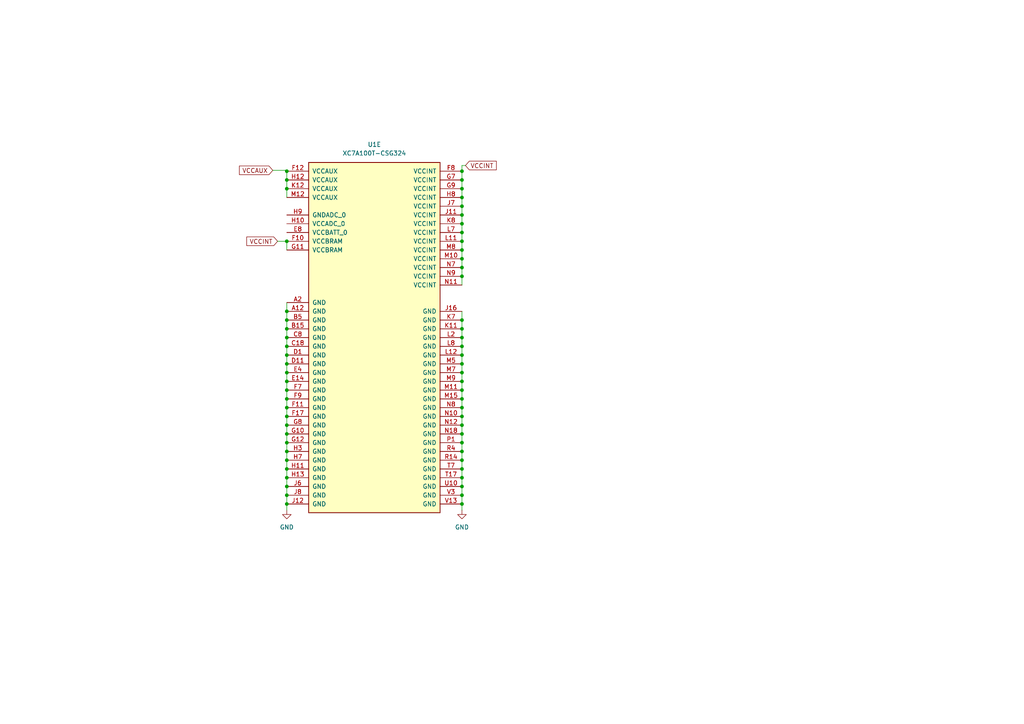
<source format=kicad_sch>
(kicad_sch (version 20230121) (generator eeschema)
  (paper "A4")
  (lib_symbols
    (symbol "FPGA_Xilinx_Artix7:XC7A100T-CSG324" (pin_names (offset 1.016))
      (property "Reference" "U" (at 0 1.27 0))
      (property "Value" "XC7A100T-CSG324" (at 0 -1.27 0))
      (symbol "XC7A100T-CSG324_1_1"
        (rectangle (start -44.45 67.31) (end 44.45 -73.66) (stroke (width 0.254)) (fill (type background)))
        (pin bidirectional line (at 50.8 33.02 180) (length 6.35) (name "IO_L4N_T0_15") (number "A11"))
        (pin bidirectional line (at 50.8 10.16 180) (length 6.35) (name "IO_L9P_T1_DQS_AD3P_15") (number "A13"))
        (pin bidirectional line (at 50.8 7.62 180) (length 6.35) (name "IO_L9N_T1_DQS_AD3N_15") (number "A14"))
        (pin bidirectional line (at 50.8 15.24 180) (length 6.35) (name "IO_L8P_T1_AD10P_15") (number "A15"))
        (pin bidirectional line (at 50.8 12.7 180) (length 6.35) (name "IO_L8N_T1_AD10N_15") (number "A16"))
        (pin power_in line (at 27.94 73.66 270) (length 6.35) (name "VCCO_15") (number "A17"))
        (pin bidirectional line (at 50.8 2.54 180) (length 6.35) (name "IO_L10N_T1_AD11N_15") (number "A18"))
        (pin bidirectional line (at 50.8 35.56 180) (length 6.35) (name "IO_L4P_T0_15") (number "B11"))
        (pin bidirectional line (at 50.8 38.1 180) (length 6.35) (name "IO_L3N_T0_DQS_AD1N_15") (number "B12"))
        (pin bidirectional line (at 50.8 45.72 180) (length 6.35) (name "IO_L2P_T0_AD8P_15") (number "B13"))
        (pin bidirectional line (at 50.8 43.18 180) (length 6.35) (name "IO_L2N_T0_AD8N_15") (number "B14"))
        (pin bidirectional line (at 50.8 20.32 180) (length 6.35) (name "IO_L7P_T1_AD2P_15") (number "B16"))
        (pin bidirectional line (at 50.8 17.78 180) (length 6.35) (name "IO_L7N_T1_AD2N_15") (number "B17"))
        (pin bidirectional line (at 50.8 5.08 180) (length 6.35) (name "IO_L10P_T1_AD11P_15") (number "B18"))
        (pin bidirectional line (at 50.8 40.64 180) (length 6.35) (name "IO_L3P_T0_DQS_AD1P_15") (number "C12"))
        (pin power_in line (at 30.48 73.66 270) (length 6.35) (name "VCCO_15") (number "C13"))
        (pin bidirectional line (at 50.8 48.26 180) (length 6.35) (name "IO_L1N_T0_AD0N_15") (number "C14"))
        (pin bidirectional line (at 50.8 -7.62 180) (length 6.35) (name "IO_L12N_T1_MRCC_15") (number "C15"))
        (pin bidirectional line (at 50.8 -45.72 180) (length 6.35) (name "IO_L20P_T3_A20_15") (number "C16"))
        (pin bidirectional line (at 50.8 -48.26 180) (length 6.35) (name "IO_L20N_T3_A19_15") (number "C17"))
        (pin bidirectional line (at 50.8 25.4 180) (length 6.35) (name "IO_L6P_T0_15") (number "D12"))
        (pin bidirectional line (at 50.8 22.86 180) (length 6.35) (name "IO_L6N_T0_VREF_15") (number "D13"))
        (pin bidirectional line (at 50.8 50.8 180) (length 6.35) (name "IO_L1P_T0_AD0P_15") (number "D14"))
        (pin bidirectional line (at 50.8 -5.08 180) (length 6.35) (name "IO_L12P_T1_MRCC_15") (number "D15"))
        (pin power_in line (at 33.02 73.66 270) (length 6.35) (name "VCCO_15") (number "D16"))
        (pin bidirectional line (at 50.8 -27.94 180) (length 6.35) (name "IO_L16N_T2_A27_15") (number "D17"))
        (pin bidirectional line (at 50.8 -53.34 180) (length 6.35) (name "IO_L21N_T3_DQS_A18_15") (number "D18"))
        (pin bidirectional line (at 50.8 0 180) (length 6.35) (name "IO_L11P_T1_SRCC_15") (number "E15"))
        (pin bidirectional line (at 50.8 -2.54 180) (length 6.35) (name "IO_L11N_T1_SRCC_15") (number "E16"))
        (pin bidirectional line (at 50.8 -25.4 180) (length 6.35) (name "IO_L16P_T2_A28_15") (number "E17"))
        (pin bidirectional line (at 50.8 -50.8 180) (length 6.35) (name "IO_L21P_T3_DQS_15") (number "E18"))
        (pin bidirectional line (at 50.8 30.48 180) (length 6.35) (name "IO_L5P_T0_AD9P_15") (number "F13"))
        (pin bidirectional line (at 50.8 27.94 180) (length 6.35) (name "IO_L5N_T0_AD9N_15") (number "F14"))
        (pin bidirectional line (at 50.8 -15.24 180) (length 6.35) (name "IO_L14P_T2_SRCC_15") (number "F15"))
        (pin bidirectional line (at 50.8 -17.78 180) (length 6.35) (name "IO_L14N_T2_SRCC_15") (number "F16"))
        (pin bidirectional line (at 50.8 -58.42 180) (length 6.35) (name "IO_L22N_T3_A16_15") (number "F18"))
        (pin bidirectional line (at 50.8 53.34 180) (length 6.35) (name "IO_0_15") (number "G13"))
        (pin bidirectional line (at 50.8 -22.86 180) (length 6.35) (name "IO_L15N_T2_DQS_ADV_B_15") (number "G14"))
        (pin power_in line (at 35.56 73.66 270) (length 6.35) (name "VCCO_15") (number "G15"))
        (pin bidirectional line (at 50.8 -12.7 180) (length 6.35) (name "IO_L13N_T2_MRCC_15") (number "G16"))
        (pin bidirectional line (at 50.8 -38.1 180) (length 6.35) (name "IO_L18N_T2_A23_15") (number "G17"))
        (pin bidirectional line (at 50.8 -55.88 180) (length 6.35) (name "IO_L22P_T3_A17_15") (number "G18"))
        (pin bidirectional line (at 50.8 -20.32 180) (length 6.35) (name "IO_L15P_T2_DQS_15") (number "H14"))
        (pin bidirectional line (at 50.8 -43.18 180) (length 6.35) (name "IO_L19N_T3_A21_VREF_15") (number "H15"))
        (pin bidirectional line (at 50.8 -10.16 180) (length 6.35) (name "IO_L13P_T2_MRCC_15") (number "H16"))
        (pin bidirectional line (at 50.8 -35.56 180) (length 6.35) (name "IO_L18P_T2_A24_15") (number "H17"))
        (pin power_in line (at 38.1 73.66 270) (length 6.35) (name "VCCO_15") (number "H18"))
        (pin bidirectional line (at 50.8 -33.02 180) (length 6.35) (name "IO_L17N_T2_A25_15") (number "J13"))
        (pin bidirectional line (at 50.8 -40.64 180) (length 6.35) (name "IO_L19P_T3_A22_15") (number "J14"))
        (pin bidirectional line (at 50.8 -68.58 180) (length 6.35) (name "IO_L24N_T3_RS0_15") (number "J15"))
        (pin bidirectional line (at 50.8 -60.96 180) (length 6.35) (name "IO_L23P_T3_FOE_B_15") (number "J17"))
        (pin bidirectional line (at 50.8 -63.5 180) (length 6.35) (name "IO_L23N_T3_FWE_B_15") (number "J18"))
        (pin bidirectional line (at 50.8 -30.48 180) (length 6.35) (name "IO_L17P_T2_A26_15") (number "K13"))
        (pin power_in line (at 40.64 73.66 270) (length 6.35) (name "VCCO_15") (number "K14"))
        (pin bidirectional line (at 50.8 -66.04 180) (length 6.35) (name "IO_L24P_T3_RS1_15") (number "K15"))
        (pin bidirectional line (at 50.8 -71.12 180) (length 6.35) (name "IO_25_15") (number "K16"))
        (pin bidirectional line (at -50.8 50.8 0) (length 6.35) (name "IO_L1P_T0_D00_MOSI_14") (number "K17"))
        (pin bidirectional line (at -50.8 48.26 0) (length 6.35) (name "IO_L1N_T0_D01_DIN_14") (number "K18"))
        (pin bidirectional line (at -50.8 25.4 0) (length 6.35) (name "IO_L6P_T0_FCS_B_14") (number "L13"))
        (pin bidirectional line (at -50.8 45.72 0) (length 6.35) (name "IO_L2P_T0_D02_14") (number "L14"))
        (pin bidirectional line (at -50.8 40.64 0) (length 6.35) (name "IO_L3P_T0_DQS_PUDC_B_14") (number "L15"))
        (pin bidirectional line (at -50.8 38.1 0) (length 6.35) (name "IO_L3N_T0_DQS_EMCCLK_14") (number "L16"))
        (pin power_in line (at -40.64 73.66 270) (length 6.35) (name "VCCO_14") (number "L17"))
        (pin bidirectional line (at -50.8 35.56 0) (length 6.35) (name "IO_L4P_T0_D04_14") (number "L18"))
        (pin bidirectional line (at -50.8 22.86 0) (length 6.35) (name "IO_L6N_T0_D08_VREF_14") (number "M13"))
        (pin bidirectional line (at -50.8 43.18 0) (length 6.35) (name "IO_L2N_T0_D03_14") (number "M14"))
        (pin bidirectional line (at -50.8 5.08 0) (length 6.35) (name "IO_L10P_T1_D14_14") (number "M16"))
        (pin bidirectional line (at -50.8 2.54 0) (length 6.35) (name "IO_L10N_T1_D15_14") (number "M17"))
        (pin bidirectional line (at -50.8 33.02 0) (length 6.35) (name "IO_L4N_T0_D05_14") (number "M18"))
        (pin power_in line (at -38.1 73.66 270) (length 6.35) (name "VCCO_14") (number "N13"))
        (pin bidirectional line (at -50.8 15.24 0) (length 6.35) (name "IO_L8P_T1_D11_14") (number "N14"))
        (pin bidirectional line (at -50.8 0 0) (length 6.35) (name "IO_L11P_T1_SRCC_14") (number "N15"))
        (pin bidirectional line (at -50.8 -2.54 0) (length 6.35) (name "IO_L11N_T1_SRCC_14") (number "N16"))
        (pin bidirectional line (at -50.8 10.16 0) (length 6.35) (name "IO_L9P_T1_DQS_14") (number "N17"))
        (pin bidirectional line (at -50.8 12.7 0) (length 6.35) (name "IO_L8N_T1_D12_14") (number "P14"))
        (pin bidirectional line (at -50.8 -10.16 0) (length 6.35) (name "IO_L13P_T2_MRCC_14") (number "P15"))
        (pin power_in line (at -35.56 73.66 270) (length 6.35) (name "VCCO_14") (number "P16"))
        (pin bidirectional line (at -50.8 -5.08 0) (length 6.35) (name "IO_L12P_T1_MRCC_14") (number "P17"))
        (pin bidirectional line (at -50.8 7.62 0) (length 6.35) (name "IO_L9N_T1_DQS_D13_14") (number "P18"))
        (pin bidirectional line (at -50.8 -71.12 0) (length 6.35) (name "IO_25_14") (number "R10"))
        (pin bidirectional line (at -50.8 53.34 0) (length 6.35) (name "IO_0_14") (number "R11"))
        (pin bidirectional line (at -50.8 30.48 0) (length 6.35) (name "IO_L5P_T0_D06_14") (number "R12"))
        (pin bidirectional line (at -50.8 27.94 0) (length 6.35) (name "IO_L5N_T0_D07_14") (number "R13"))
        (pin bidirectional line (at -50.8 -12.7 0) (length 6.35) (name "IO_L13N_T2_MRCC_14") (number "R15"))
        (pin bidirectional line (at -50.8 -20.32 0) (length 6.35) (name "IO_L15P_T2_DQS_RDWR_B_14") (number "R16"))
        (pin bidirectional line (at -50.8 -7.62 0) (length 6.35) (name "IO_L12N_T1_MRCC_14") (number "R17"))
        (pin bidirectional line (at -50.8 20.32 0) (length 6.35) (name "IO_L7P_T1_D09_14") (number "R18"))
        (pin bidirectional line (at -50.8 -68.58 0) (length 6.35) (name "IO_L24N_T3_A00_D16_14") (number "T10"))
        (pin bidirectional line (at -50.8 -40.64 0) (length 6.35) (name "IO_L19P_T3_A10_D26_14") (number "T11"))
        (pin power_in line (at -33.02 73.66 270) (length 6.35) (name "VCCO_14") (number "T12"))
        (pin bidirectional line (at -50.8 -60.96 0) (length 6.35) (name "IO_L23P_T3_A03_D19_14") (number "T13"))
        (pin bidirectional line (at -50.8 -15.24 0) (length 6.35) (name "IO_L14P_T2_SRCC_14") (number "T14"))
        (pin bidirectional line (at -50.8 -17.78 0) (length 6.35) (name "IO_L14N_T2_SRCC_14") (number "T15"))
        (pin bidirectional line (at -50.8 -22.86 0) (length 6.35) (name "IO_L15N_T2_DQS_DOUT_CSO_B_14") (number "T16"))
        (pin bidirectional line (at -50.8 17.78 0) (length 6.35) (name "IO_L7N_T1_D10_14") (number "T18"))
        (pin bidirectional line (at -50.8 -66.04 0) (length 6.35) (name "IO_L24P_T3_A01_D17_14") (number "T9"))
        (pin bidirectional line (at -50.8 -43.18 0) (length 6.35) (name "IO_L19N_T3_A09_D25_VREF_14") (number "U11"))
        (pin bidirectional line (at -50.8 -45.72 0) (length 6.35) (name "IO_L20P_T3_A08_D24_14") (number "U12"))
        (pin bidirectional line (at -50.8 -63.5 0) (length 6.35) (name "IO_L23N_T3_A02_D18_14") (number "U13"))
        (pin bidirectional line (at -50.8 -55.88 0) (length 6.35) (name "IO_L22P_T3_A05_D21_14") (number "U14"))
        (pin power_in line (at -30.48 73.66 270) (length 6.35) (name "VCCO_14") (number "U15"))
        (pin bidirectional line (at -50.8 -35.56 0) (length 6.35) (name "IO_L18P_T2_A12_D28_14") (number "U16"))
        (pin bidirectional line (at -50.8 -30.48 0) (length 6.35) (name "IO_L17P_T2_A14_D30_14") (number "U17"))
        (pin bidirectional line (at -50.8 -33.02 0) (length 6.35) (name "IO_L17N_T2_A13_D29_14") (number "U18"))
        (pin bidirectional line (at -50.8 -50.8 0) (length 6.35) (name "IO_L21P_T3_DQS_14") (number "V10"))
        (pin bidirectional line (at -50.8 -53.34 0) (length 6.35) (name "IO_L21N_T3_DQS_A06_D22_14") (number "V11"))
        (pin bidirectional line (at -50.8 -48.26 0) (length 6.35) (name "IO_L20N_T3_A07_D23_14") (number "V12"))
        (pin bidirectional line (at -50.8 -58.42 0) (length 6.35) (name "IO_L22N_T3_A04_D20_14") (number "V14"))
        (pin bidirectional line (at -50.8 -25.4 0) (length 6.35) (name "IO_L16P_T2_CSI_B_14") (number "V15"))
        (pin bidirectional line (at -50.8 -27.94 0) (length 6.35) (name "IO_L16N_T2_A15_D31_14") (number "V16"))
        (pin bidirectional line (at -50.8 -38.1 0) (length 6.35) (name "IO_L18N_T2_A11_D27_14") (number "V17"))
        (pin power_in line (at -27.94 73.66 270) (length 6.35) (name "VCCO_14") (number "V18"))
      )
      (symbol "XC7A100T-CSG324_2_1"
        (rectangle (start -44.45 67.31) (end 44.45 -73.66) (stroke (width 0.254)) (fill (type background)))
        (pin bidirectional line (at -50.8 35.56 0) (length 6.35) (name "IO_L14P_T2_SRCC_16") (number "A10"))
        (pin bidirectional line (at -50.8 43.18 0) (length 6.35) (name "IO_L12N_T1_MRCC_16") (number "A8"))
        (pin bidirectional line (at -50.8 33.02 0) (length 6.35) (name "IO_L14N_T2_SRCC_16") (number "A9"))
        (pin power_in line (at -40.64 73.66 270) (length 6.35) (name "VCCO_16") (number "B10"))
        (pin bidirectional line (at -50.8 45.72 0) (length 6.35) (name "IO_L12P_T1_MRCC_16") (number "B8"))
        (pin bidirectional line (at -50.8 48.26 0) (length 6.35) (name "IO_L11N_T1_SRCC_16") (number "B9"))
        (pin bidirectional line (at -50.8 38.1 0) (length 6.35) (name "IO_L13N_T2_MRCC_16") (number "C10"))
        (pin bidirectional line (at -50.8 40.64 0) (length 6.35) (name "IO_L13P_T2_MRCC_16") (number "C11"))
        (pin bidirectional line (at -50.8 50.8 0) (length 6.35) (name "IO_L11P_T1_SRCC_16") (number "C9"))
        (pin bidirectional line (at -50.8 30.48 0) (length 6.35) (name "IO_L19N_T3_VREF_16") (number "D10"))
        (pin bidirectional line (at -50.8 53.34 0) (length 6.35) (name "IO_L6N_T0_VREF_16") (number "D9"))
        (pin bidirectional line (at 50.8 45.72 180) (length 6.35) (name "IO_L2P_T0_34") (number "K3"))
        (pin power_in line (at 27.94 73.66 270) (length 6.35) (name "VCCO_34") (number "K4"))
        (pin bidirectional line (at 50.8 30.48 180) (length 6.35) (name "IO_L5P_T0_34") (number "K5"))
        (pin bidirectional line (at 50.8 53.34 180) (length 6.35) (name "IO_0_34") (number "K6"))
        (pin bidirectional line (at 50.8 50.8 180) (length 6.35) (name "IO_L1P_T0_34") (number "L1"))
        (pin bidirectional line (at 50.8 43.18 180) (length 6.35) (name "IO_L2N_T0_34") (number "L3"))
        (pin bidirectional line (at 50.8 27.94 180) (length 6.35) (name "IO_L5N_T0_34") (number "L4"))
        (pin bidirectional line (at 50.8 22.86 180) (length 6.35) (name "IO_L6N_T0_VREF_34") (number "L5"))
        (pin bidirectional line (at 50.8 25.4 180) (length 6.35) (name "IO_L6P_T0_34") (number "L6"))
        (pin bidirectional line (at 50.8 48.26 180) (length 6.35) (name "IO_L1N_T0_34") (number "M1"))
        (pin bidirectional line (at 50.8 33.02 180) (length 6.35) (name "IO_L4N_T0_34") (number "M2"))
        (pin bidirectional line (at 50.8 35.56 180) (length 6.35) (name "IO_L4P_T0_34") (number "M3"))
        (pin bidirectional line (at 50.8 -25.4 180) (length 6.35) (name "IO_L16P_T2_34") (number "M4"))
        (pin bidirectional line (at 50.8 -35.56 180) (length 6.35) (name "IO_L18P_T2_34") (number "M6"))
        (pin bidirectional line (at 50.8 38.1 180) (length 6.35) (name "IO_L3N_T0_DQS_34") (number "N1"))
        (pin bidirectional line (at 50.8 40.64 180) (length 6.35) (name "IO_L3P_T0_DQS_34") (number "N2"))
        (pin power_in line (at 30.48 73.66 270) (length 6.35) (name "VCCO_34") (number "N3"))
        (pin bidirectional line (at 50.8 -27.94 180) (length 6.35) (name "IO_L16N_T2_34") (number "N4"))
        (pin bidirectional line (at 50.8 -10.16 180) (length 6.35) (name "IO_L13P_T2_MRCC_34") (number "N5"))
        (pin bidirectional line (at 50.8 -38.1 180) (length 6.35) (name "IO_L18N_T2_34") (number "N6"))
        (pin bidirectional line (at 50.8 -20.32 180) (length 6.35) (name "IO_L15P_T2_DQS_34") (number "P2"))
        (pin bidirectional line (at 50.8 -17.78 180) (length 6.35) (name "IO_L14N_T2_SRCC_34") (number "P3"))
        (pin bidirectional line (at 50.8 -15.24 180) (length 6.35) (name "IO_L14P_T2_SRCC_34") (number "P4"))
        (pin bidirectional line (at 50.8 -12.7 180) (length 6.35) (name "IO_L13N_T2_MRCC_34") (number "P5"))
        (pin power_in line (at 33.02 73.66 270) (length 6.35) (name "VCCO_34") (number "P6"))
        (pin bidirectional line (at 50.8 -30.48 180) (length 6.35) (name "IO_L17P_T2_34") (number "R1"))
        (pin bidirectional line (at 50.8 -22.86 180) (length 6.35) (name "IO_L15N_T2_DQS_34") (number "R2"))
        (pin bidirectional line (at 50.8 0 180) (length 6.35) (name "IO_L11P_T1_SRCC_34") (number "R3"))
        (pin bidirectional line (at 50.8 -43.18 180) (length 6.35) (name "IO_L19N_T3_VREF_34") (number "R5"))
        (pin bidirectional line (at 50.8 -40.64 180) (length 6.35) (name "IO_L19P_T3_34") (number "R6"))
        (pin bidirectional line (at 50.8 -60.96 180) (length 6.35) (name "IO_L23P_T3_34") (number "R7"))
        (pin bidirectional line (at 50.8 -66.04 180) (length 6.35) (name "IO_L24P_T3_34") (number "R8"))
        (pin bidirectional line (at 50.8 -33.02 180) (length 6.35) (name "IO_L17N_T2_34") (number "T1"))
        (pin power_in line (at 35.56 73.66 270) (length 6.35) (name "VCCO_34") (number "T2"))
        (pin bidirectional line (at 50.8 -2.54 180) (length 6.35) (name "IO_L11N_T1_SRCC_34") (number "T3"))
        (pin bidirectional line (at 50.8 -7.62 180) (length 6.35) (name "IO_L12N_T1_MRCC_34") (number "T4"))
        (pin bidirectional line (at 50.8 -5.08 180) (length 6.35) (name "IO_L12P_T1_MRCC_34") (number "T5"))
        (pin bidirectional line (at 50.8 -63.5 180) (length 6.35) (name "IO_L23N_T3_34") (number "T6"))
        (pin bidirectional line (at 50.8 -68.58 180) (length 6.35) (name "IO_L24N_T3_34") (number "T8"))
        (pin bidirectional line (at 50.8 20.32 180) (length 6.35) (name "IO_L7P_T1_34") (number "U1"))
        (pin bidirectional line (at 50.8 10.16 180) (length 6.35) (name "IO_L9P_T1_DQS_34") (number "U2"))
        (pin bidirectional line (at 50.8 12.7 180) (length 6.35) (name "IO_L8N_T1_34") (number "U3"))
        (pin bidirectional line (at 50.8 15.24 180) (length 6.35) (name "IO_L8P_T1_34") (number "U4"))
        (pin power_in line (at 38.1 73.66 270) (length 6.35) (name "VCCO_34") (number "U5"))
        (pin bidirectional line (at 50.8 -58.42 180) (length 6.35) (name "IO_L22N_T3_34") (number "U6"))
        (pin bidirectional line (at 50.8 -55.88 180) (length 6.35) (name "IO_L22P_T3_34") (number "U7"))
        (pin bidirectional line (at 50.8 -71.12 180) (length 6.35) (name "IO_25_34") (number "U8"))
        (pin bidirectional line (at 50.8 -50.8 180) (length 6.35) (name "IO_L21P_T3_DQS_34") (number "U9"))
        (pin bidirectional line (at 50.8 17.78 180) (length 6.35) (name "IO_L7N_T1_34") (number "V1"))
        (pin bidirectional line (at 50.8 7.62 180) (length 6.35) (name "IO_L9N_T1_DQS_34") (number "V2"))
        (pin bidirectional line (at 50.8 2.54 180) (length 6.35) (name "IO_L10N_T1_34") (number "V4"))
        (pin bidirectional line (at 50.8 5.08 180) (length 6.35) (name "IO_L10P_T1_34") (number "V5"))
        (pin bidirectional line (at 50.8 -48.26 180) (length 6.35) (name "IO_L20N_T3_34") (number "V6"))
        (pin bidirectional line (at 50.8 -45.72 180) (length 6.35) (name "IO_L20P_T3_34") (number "V7"))
        (pin power_in line (at 40.64 73.66 270) (length 6.35) (name "VCCO_34") (number "V8"))
        (pin bidirectional line (at 50.8 -53.34 180) (length 6.35) (name "IO_L21N_T3_DQS_34") (number "V9"))
      )
      (symbol "XC7A100T-CSG324_3_1"
        (rectangle (start -44.45 67.31) (end 44.45 -73.66) (stroke (width 0.254)) (fill (type background)))
        (pin bidirectional line (at -50.8 7.62 0) (length 6.35) (name "IO_L9N_T1_DQS_AD7N_35") (number "A1"))
        (pin bidirectional line (at -50.8 12.7 0) (length 6.35) (name "IO_L8N_T1_AD14N_35") (number "A3"))
        (pin bidirectional line (at -50.8 15.24 0) (length 6.35) (name "IO_L8P_T1_AD14P_35") (number "A4"))
        (pin bidirectional line (at -50.8 38.1 0) (length 6.35) (name "IO_L3N_T0_DQS_AD5N_35") (number "A5"))
        (pin bidirectional line (at -50.8 40.64 0) (length 6.35) (name "IO_L3P_T0_DQS_AD5P_35") (number "A6"))
        (pin power_in line (at -40.64 73.66 270) (length 6.35) (name "VCCO_35") (number "A7"))
        (pin bidirectional line (at -50.8 10.16 0) (length 6.35) (name "IO_L9P_T1_DQS_AD7P_35") (number "B1"))
        (pin bidirectional line (at -50.8 2.54 0) (length 6.35) (name "IO_L10N_T1_AD15N_35") (number "B2"))
        (pin bidirectional line (at -50.8 5.08 0) (length 6.35) (name "IO_L10P_T1_AD15P_35") (number "B3"))
        (pin bidirectional line (at -50.8 17.78 0) (length 6.35) (name "IO_L7N_T1_AD6N_35") (number "B4"))
        (pin bidirectional line (at -50.8 43.18 0) (length 6.35) (name "IO_L2N_T0_AD12N_35") (number "B6"))
        (pin bidirectional line (at -50.8 45.72 0) (length 6.35) (name "IO_L2P_T0_AD12P_35") (number "B7"))
        (pin bidirectional line (at -50.8 -27.94 0) (length 6.35) (name "IO_L16N_T2_35") (number "C1"))
        (pin bidirectional line (at -50.8 -25.4 0) (length 6.35) (name "IO_L16P_T2_35") (number "C2"))
        (pin power_in line (at -38.1 73.66 270) (length 6.35) (name "VCCO_35") (number "C3"))
        (pin bidirectional line (at -50.8 20.32 0) (length 6.35) (name "IO_L7P_T1_AD6P_35") (number "C4"))
        (pin bidirectional line (at -50.8 48.26 0) (length 6.35) (name "IO_L1N_T0_AD4N_35") (number "C5"))
        (pin bidirectional line (at -50.8 50.8 0) (length 6.35) (name "IO_L1P_T0_AD4P_35") (number "C6"))
        (pin bidirectional line (at -50.8 33.02 0) (length 6.35) (name "IO_L4N_T0_35") (number "C7"))
        (pin bidirectional line (at -50.8 -17.78 0) (length 6.35) (name "IO_L14N_T2_SRCC_35") (number "D2"))
        (pin bidirectional line (at -50.8 -7.62 0) (length 6.35) (name "IO_L12N_T1_MRCC_35") (number "D3"))
        (pin bidirectional line (at -50.8 -2.54 0) (length 6.35) (name "IO_L11N_T1_SRCC_35") (number "D4"))
        (pin bidirectional line (at -50.8 0 0) (length 6.35) (name "IO_L11P_T1_SRCC_35") (number "D5"))
        (pin power_in line (at -35.56 73.66 270) (length 6.35) (name "VCCO_35") (number "D6"))
        (pin bidirectional line (at -50.8 22.86 0) (length 6.35) (name "IO_L6N_T0_VREF_35") (number "D7"))
        (pin bidirectional line (at -50.8 35.56 0) (length 6.35) (name "IO_L4P_T0_35") (number "D8"))
        (pin bidirectional line (at -50.8 -38.1 0) (length 6.35) (name "IO_L18N_T2_35") (number "E1"))
        (pin bidirectional line (at -50.8 -15.24 0) (length 6.35) (name "IO_L14P_T2_SRCC_35") (number "E2"))
        (pin bidirectional line (at -50.8 -5.08 0) (length 6.35) (name "IO_L12P_T1_MRCC_35") (number "E3"))
        (pin bidirectional line (at -50.8 27.94 0) (length 6.35) (name "IO_L5N_T0_AD13N_35") (number "E5"))
        (pin bidirectional line (at -50.8 30.48 0) (length 6.35) (name "IO_L5P_T0_AD13P_35") (number "E6"))
        (pin bidirectional line (at -50.8 25.4 0) (length 6.35) (name "IO_L6P_T0_35") (number "E7"))
        (pin bidirectional line (at -50.8 -35.56 0) (length 6.35) (name "IO_L18P_T2_35") (number "F1"))
        (pin power_in line (at -33.02 73.66 270) (length 6.35) (name "VCCO_35") (number "F2"))
        (pin bidirectional line (at -50.8 -12.7 0) (length 6.35) (name "IO_L13N_T2_MRCC_35") (number "F3"))
        (pin bidirectional line (at -50.8 -10.16 0) (length 6.35) (name "IO_L13P_T2_MRCC_35") (number "F4"))
        (pin bidirectional line (at -50.8 53.34 0) (length 6.35) (name "IO_0_35") (number "F5"))
        (pin bidirectional line (at -50.8 -43.18 0) (length 6.35) (name "IO_L19N_T3_VREF_35") (number "F6"))
        (pin bidirectional line (at -50.8 -33.02 0) (length 6.35) (name "IO_L17N_T2_35") (number "G1"))
        (pin bidirectional line (at -50.8 -22.86 0) (length 6.35) (name "IO_L15N_T2_DQS_35") (number "G2"))
        (pin bidirectional line (at -50.8 -48.26 0) (length 6.35) (name "IO_L20N_T3_35") (number "G3"))
        (pin bidirectional line (at -50.8 -45.72 0) (length 6.35) (name "IO_L20P_T3_35") (number "G4"))
        (pin power_in line (at -30.48 73.66 270) (length 6.35) (name "VCCO_35") (number "G5"))
        (pin bidirectional line (at -50.8 -40.64 0) (length 6.35) (name "IO_L19P_T3_35") (number "G6"))
        (pin bidirectional line (at -50.8 -30.48 0) (length 6.35) (name "IO_L17P_T2_35") (number "H1"))
        (pin bidirectional line (at -50.8 -20.32 0) (length 6.35) (name "IO_L15P_T2_DQS_35") (number "H2"))
        (pin bidirectional line (at -50.8 -53.34 0) (length 6.35) (name "IO_L21N_T3_DQS_35") (number "H4"))
        (pin bidirectional line (at -50.8 -68.58 0) (length 6.35) (name "IO_L24N_T3_35") (number "H5"))
        (pin bidirectional line (at -50.8 -66.04 0) (length 6.35) (name "IO_L24P_T3_35") (number "H6"))
        (pin power_in line (at -27.94 73.66 270) (length 6.35) (name "VCCO_35") (number "J1"))
        (pin bidirectional line (at -50.8 -58.42 0) (length 6.35) (name "IO_L22N_T3_35") (number "J2"))
        (pin bidirectional line (at -50.8 -55.88 0) (length 6.35) (name "IO_L22P_T3_35") (number "J3"))
        (pin bidirectional line (at -50.8 -50.8 0) (length 6.35) (name "IO_L21P_T3_DQS_35") (number "J4"))
        (pin bidirectional line (at -50.8 -71.12 0) (length 6.35) (name "IO_25_35") (number "J5"))
        (pin bidirectional line (at -50.8 -63.5 0) (length 6.35) (name "IO_L23N_T3_35") (number "K1"))
        (pin bidirectional line (at -50.8 -60.96 0) (length 6.35) (name "IO_L23P_T3_35") (number "K2"))
      )
      (symbol "XC7A100T-CSG324_4_1"
        (rectangle (start -31.75 34.29) (end 31.75 -40.64) (stroke (width 0.254)) (fill (type background)))
        (pin bidirectional line (at 38.1 12.7 180) (length 6.35) (name "TCK_0") (number "E10"))
        (pin bidirectional line (at 38.1 20.32 180) (length 6.35) (name "TDI_0") (number "E11"))
        (pin bidirectional line (at 38.1 15.24 180) (length 6.35) (name "TMS_0") (number "E12"))
        (pin bidirectional line (at 38.1 17.78 180) (length 6.35) (name "TDO_0") (number "E13"))
        (pin bidirectional line (at 38.1 7.62 180) (length 6.35) (name "CCLK_0") (number "E9"))
        (pin bidirectional line (at 38.1 -20.32 180) (length 6.35) (name "VP_0") (number "J10"))
        (pin bidirectional line (at 38.1 -30.48 180) (length 6.35) (name "VREFN_0") (number "J9"))
        (pin bidirectional line (at 38.1 -27.94 180) (length 6.35) (name "VREFP_0") (number "K10"))
        (pin bidirectional line (at 38.1 -22.86 180) (length 6.35) (name "VN_0") (number "K9"))
        (pin bidirectional line (at 38.1 -35.56 180) (length 6.35) (name "DXP_0") (number "L10"))
        (pin bidirectional line (at 38.1 -38.1 180) (length 6.35) (name "DXN_0") (number "L9"))
        (pin bidirectional line (at 38.1 -5.08 180) (length 6.35) (name "DONE_0") (number "P10"))
        (pin bidirectional line (at 38.1 0 180) (length 6.35) (name "M2_0") (number "P11"))
        (pin bidirectional line (at 38.1 5.08 180) (length 6.35) (name "M0_0") (number "P12"))
        (pin bidirectional line (at 38.1 2.54 180) (length 6.35) (name "M1_0") (number "P13"))
        (pin bidirectional line (at 38.1 -7.62 180) (length 6.35) (name "INIT_B_0") (number "P7"))
        (pin bidirectional line (at 38.1 -15.24 180) (length 6.35) (name "CFGBVS_0") (number "P8"))
        (pin bidirectional line (at 38.1 -10.16 180) (length 6.35) (name "PROGRAM_B_0") (number "P9"))
        (pin power_in line (at 27.94 40.64 270) (length 6.35) (name "VCCO_0") (number "R9"))
      )
      (symbol "XC7A100T-CSG324_5_1"
        (rectangle (start -19.05 50.8) (end 19.05 -50.8) (stroke (width 0.254)) (fill (type background)))
        (pin power_in line (at -25.4 7.62 0) (length 6.35) (name "GND") (number "A12"))
        (pin power_in line (at -25.4 10.16 0) (length 6.35) (name "GND") (number "A2"))
        (pin power_in line (at -25.4 2.54 0) (length 6.35) (name "GND") (number "B15"))
        (pin power_in line (at -25.4 5.08 0) (length 6.35) (name "GND") (number "B5"))
        (pin power_in line (at -25.4 -2.54 0) (length 6.35) (name "GND") (number "C18"))
        (pin power_in line (at -25.4 0 0) (length 6.35) (name "GND") (number "C8"))
        (pin power_in line (at -25.4 -5.08 0) (length 6.35) (name "GND") (number "D1"))
        (pin power_in line (at -25.4 -7.62 0) (length 6.35) (name "GND") (number "D11"))
        (pin power_in line (at -25.4 -12.7 0) (length 6.35) (name "GND") (number "E14"))
        (pin power_in line (at -25.4 -10.16 0) (length 6.35) (name "GND") (number "E4"))
        (pin power_in line (at -25.4 30.48 0) (length 6.35) (name "VCCBATT_0") (number "E8"))
        (pin power_in line (at -25.4 27.94 0) (length 6.35) (name "VCCBRAM") (number "F10"))
        (pin power_in line (at -25.4 -20.32 0) (length 6.35) (name "GND") (number "F11"))
        (pin power_in line (at -25.4 48.26 0) (length 6.35) (name "VCCAUX") (number "F12"))
        (pin power_in line (at -25.4 -22.86 0) (length 6.35) (name "GND") (number "F17"))
        (pin power_in line (at -25.4 -15.24 0) (length 6.35) (name "GND") (number "F7"))
        (pin power_in line (at 25.4 48.26 180) (length 6.35) (name "VCCINT") (number "F8"))
        (pin power_in line (at -25.4 -17.78 0) (length 6.35) (name "GND") (number "F9"))
        (pin power_in line (at -25.4 -27.94 0) (length 6.35) (name "GND") (number "G10"))
        (pin power_in line (at -25.4 25.4 0) (length 6.35) (name "VCCBRAM") (number "G11"))
        (pin power_in line (at -25.4 -30.48 0) (length 6.35) (name "GND") (number "G12"))
        (pin power_in line (at 25.4 45.72 180) (length 6.35) (name "VCCINT") (number "G7"))
        (pin power_in line (at -25.4 -25.4 0) (length 6.35) (name "GND") (number "G8"))
        (pin power_in line (at 25.4 43.18 180) (length 6.35) (name "VCCINT") (number "G9"))
        (pin power_in line (at -25.4 33.02 0) (length 6.35) (name "VCCADC_0") (number "H10"))
        (pin power_in line (at -25.4 -38.1 0) (length 6.35) (name "GND") (number "H11"))
        (pin power_in line (at -25.4 45.72 0) (length 6.35) (name "VCCAUX") (number "H12"))
        (pin power_in line (at -25.4 -40.64 0) (length 6.35) (name "GND") (number "H13"))
        (pin power_in line (at -25.4 -33.02 0) (length 6.35) (name "GND") (number "H3"))
        (pin power_in line (at -25.4 -35.56 0) (length 6.35) (name "GND") (number "H7"))
        (pin power_in line (at 25.4 40.64 180) (length 6.35) (name "VCCINT") (number "H8"))
        (pin power_in line (at -25.4 35.56 0) (length 6.35) (name "GNDADC_0") (number "H9"))
        (pin power_in line (at 25.4 35.56 180) (length 6.35) (name "VCCINT") (number "J11"))
        (pin power_in line (at -25.4 -48.26 0) (length 6.35) (name "GND") (number "J12"))
        (pin power_in line (at 25.4 7.62 180) (length 6.35) (name "GND") (number "J16"))
        (pin power_in line (at -25.4 -43.18 0) (length 6.35) (name "GND") (number "J6"))
        (pin power_in line (at 25.4 38.1 180) (length 6.35) (name "VCCINT") (number "J7"))
        (pin power_in line (at -25.4 -45.72 0) (length 6.35) (name "GND") (number "J8"))
        (pin power_in line (at 25.4 2.54 180) (length 6.35) (name "GND") (number "K11"))
        (pin power_in line (at -25.4 43.18 0) (length 6.35) (name "VCCAUX") (number "K12"))
        (pin power_in line (at 25.4 5.08 180) (length 6.35) (name "GND") (number "K7"))
        (pin power_in line (at 25.4 33.02 180) (length 6.35) (name "VCCINT") (number "K8"))
        (pin power_in line (at 25.4 27.94 180) (length 6.35) (name "VCCINT") (number "L11"))
        (pin power_in line (at 25.4 -5.08 180) (length 6.35) (name "GND") (number "L12"))
        (pin power_in line (at 25.4 0 180) (length 6.35) (name "GND") (number "L2"))
        (pin power_in line (at 25.4 30.48 180) (length 6.35) (name "VCCINT") (number "L7"))
        (pin power_in line (at 25.4 -2.54 180) (length 6.35) (name "GND") (number "L8"))
        (pin power_in line (at 25.4 22.86 180) (length 6.35) (name "VCCINT") (number "M10"))
        (pin power_in line (at 25.4 -15.24 180) (length 6.35) (name "GND") (number "M11"))
        (pin power_in line (at -25.4 40.64 0) (length 6.35) (name "VCCAUX") (number "M12"))
        (pin power_in line (at 25.4 -17.78 180) (length 6.35) (name "GND") (number "M15"))
        (pin power_in line (at 25.4 -7.62 180) (length 6.35) (name "GND") (number "M5"))
        (pin power_in line (at 25.4 -10.16 180) (length 6.35) (name "GND") (number "M7"))
        (pin power_in line (at 25.4 25.4 180) (length 6.35) (name "VCCINT") (number "M8"))
        (pin power_in line (at 25.4 -12.7 180) (length 6.35) (name "GND") (number "M9"))
        (pin power_in line (at 25.4 -22.86 180) (length 6.35) (name "GND") (number "N10"))
        (pin power_in line (at 25.4 15.24 180) (length 6.35) (name "VCCINT") (number "N11"))
        (pin power_in line (at 25.4 -25.4 180) (length 6.35) (name "GND") (number "N12"))
        (pin power_in line (at 25.4 -27.94 180) (length 6.35) (name "GND") (number "N18"))
        (pin power_in line (at 25.4 20.32 180) (length 6.35) (name "VCCINT") (number "N7"))
        (pin power_in line (at 25.4 -20.32 180) (length 6.35) (name "GND") (number "N8"))
        (pin power_in line (at 25.4 17.78 180) (length 6.35) (name "VCCINT") (number "N9"))
        (pin power_in line (at 25.4 -30.48 180) (length 6.35) (name "GND") (number "P1"))
        (pin power_in line (at 25.4 -35.56 180) (length 6.35) (name "GND") (number "R14"))
        (pin power_in line (at 25.4 -33.02 180) (length 6.35) (name "GND") (number "R4"))
        (pin power_in line (at 25.4 -40.64 180) (length 6.35) (name "GND") (number "T17"))
        (pin power_in line (at 25.4 -38.1 180) (length 6.35) (name "GND") (number "T7"))
        (pin power_in line (at 25.4 -43.18 180) (length 6.35) (name "GND") (number "U10"))
        (pin power_in line (at 25.4 -48.26 180) (length 6.35) (name "GND") (number "V13"))
        (pin power_in line (at 25.4 -45.72 180) (length 6.35) (name "GND") (number "V3"))
      )
    )
    (symbol "power:GND" (power) (pin_names (offset 0))
      (property "Value" "GND" (at 0 -3.81 0))
      (symbol "GND_0_1"
        (polyline (pts (xy 0 0) (xy 0 -1.27) (xy 1.27 -1.27) (xy 0 -2.54) (xy -1.27 -1.27) (xy 0 -1.27)))
      )
      (symbol "GND_1_1"
        (pin power_in line (at 0 0 270) (length 0) hide (name "GND") (number "1"))
      )
    )
  )
  (junction (at 83.185 108.077))
  (junction (at 83.185 136.017))
  (junction (at 83.185 130.937))
  (junction (at 133.985 113.157))
  (junction (at 83.185 128.397))
  (junction (at 83.185 125.857))
  (junction (at 133.985 97.917))
  (junction (at 83.185 120.777))
  (junction (at 133.985 59.817))
  (junction (at 83.185 54.737))
  (junction (at 133.985 64.897))
  (junction (at 83.185 146.177))
  (junction (at 133.985 54.737))
  (junction (at 83.185 90.297))
  (junction (at 133.985 110.617))
  (junction (at 83.185 138.557))
  (junction (at 133.985 100.457))
  (junction (at 133.985 141.097))
  (junction (at 133.985 125.857))
  (junction (at 83.185 52.197))
  (junction (at 133.985 77.597))
  (junction (at 83.185 105.537))
  (junction (at 133.985 136.017))
  (junction (at 133.985 49.657))
  (junction (at 133.985 146.177))
  (junction (at 133.985 95.377))
  (junction (at 133.985 92.837))
  (junction (at 133.985 130.937))
  (junction (at 133.985 102.997))
  (junction (at 83.185 115.697))
  (junction (at 133.985 133.477))
  (junction (at 83.185 143.637))
  (junction (at 83.185 123.317))
  (junction (at 133.985 138.557))
  (junction (at 133.985 57.277))
  (junction (at 133.985 128.397))
  (junction (at 83.185 133.477))
  (junction (at 133.985 72.517))
  (junction (at 133.985 120.777))
  (junction (at 133.985 75.057))
  (junction (at 133.985 143.637))
  (junction (at 133.985 105.537))
  (junction (at 83.185 69.977))
  (junction (at 83.185 49.657))
  (junction (at 133.985 118.237))
  (junction (at 133.985 108.077))
  (junction (at 133.985 52.197))
  (junction (at 83.185 97.917))
  (junction (at 83.185 113.157))
  (junction (at 83.185 95.377))
  (junction (at 133.985 62.357))
  (junction (at 83.185 118.237))
  (junction (at 133.985 80.137))
  (junction (at 133.985 123.317))
  (junction (at 83.185 110.617))
  (junction (at 83.185 141.097))
  (junction (at 83.185 100.457))
  (junction (at 133.985 115.697))
  (junction (at 83.185 102.997))
  (junction (at 133.985 69.977))
  (junction (at 83.185 92.837))
  (junction (at 133.985 67.437))
  (wire (pts (xy 133.985 113.157) (xy 133.985 115.697)))
  (wire (pts (xy 83.185 130.937) (xy 83.185 133.477)))
  (wire (pts (xy 133.985 125.857) (xy 133.985 128.397)))
  (wire (pts (xy 133.985 133.477) (xy 133.985 136.017)))
  (wire (pts (xy 133.985 92.837) (xy 133.985 95.377)))
  (wire (pts (xy 133.985 136.017) (xy 133.985 138.557)))
  (wire (pts (xy 83.185 49.657) (xy 83.185 52.197)))
  (wire (pts (xy 133.985 72.517) (xy 133.985 75.057)))
  (wire (pts (xy 83.185 113.157) (xy 83.185 115.697)))
  (wire (pts (xy 80.518 69.977) (xy 83.185 69.977)))
  (wire (pts (xy 133.985 48.006) (xy 133.985 49.657)))
  (wire (pts (xy 135.001 48.006) (xy 133.985 48.006)))
  (wire (pts (xy 133.985 80.137) (xy 133.985 82.677)))
  (wire (pts (xy 83.185 54.737) (xy 83.185 57.277)))
  (wire (pts (xy 133.985 115.697) (xy 133.985 118.237)))
  (wire (pts (xy 83.185 52.197) (xy 83.185 54.737)))
  (wire (pts (xy 133.985 52.197) (xy 133.985 54.737)))
  (wire (pts (xy 133.985 90.297) (xy 133.985 92.837)))
  (wire (pts (xy 83.185 110.617) (xy 83.185 113.157)))
  (wire (pts (xy 133.985 97.917) (xy 133.985 100.457)))
  (wire (pts (xy 83.185 95.377) (xy 83.185 97.917)))
  (wire (pts (xy 83.185 146.177) (xy 83.185 147.955)))
  (wire (pts (xy 83.185 90.297) (xy 83.185 92.837)))
  (wire (pts (xy 83.185 123.317) (xy 83.185 125.857)))
  (wire (pts (xy 133.985 105.537) (xy 133.985 108.077)))
  (wire (pts (xy 133.985 57.277) (xy 133.985 59.817)))
  (wire (pts (xy 83.185 100.457) (xy 83.185 102.997)))
  (wire (pts (xy 83.185 115.697) (xy 83.185 118.237)))
  (wire (pts (xy 133.985 102.997) (xy 133.985 105.537)))
  (wire (pts (xy 133.985 108.077) (xy 133.985 110.617)))
  (wire (pts (xy 133.985 123.317) (xy 133.985 125.857)))
  (wire (pts (xy 133.985 69.977) (xy 133.985 72.517)))
  (wire (pts (xy 133.985 138.557) (xy 133.985 141.097)))
  (wire (pts (xy 83.185 87.757) (xy 83.185 90.297)))
  (wire (pts (xy 83.185 128.397) (xy 83.185 130.937)))
  (wire (pts (xy 133.985 95.377) (xy 133.985 97.917)))
  (wire (pts (xy 133.985 120.777) (xy 133.985 123.317)))
  (wire (pts (xy 83.185 105.537) (xy 83.185 108.077)))
  (wire (pts (xy 83.185 120.777) (xy 83.185 123.317)))
  (wire (pts (xy 83.185 133.477) (xy 83.185 136.017)))
  (wire (pts (xy 133.985 62.357) (xy 133.985 64.897)))
  (wire (pts (xy 133.985 118.237) (xy 133.985 120.777)))
  (wire (pts (xy 83.185 49.403) (xy 83.185 49.657)))
  (wire (pts (xy 83.185 125.857) (xy 83.185 128.397)))
  (wire (pts (xy 133.985 64.897) (xy 133.985 67.437)))
  (wire (pts (xy 133.985 49.657) (xy 133.985 52.197)))
  (wire (pts (xy 133.985 110.617) (xy 133.985 113.157)))
  (wire (pts (xy 83.185 102.997) (xy 83.185 105.537)))
  (wire (pts (xy 133.985 146.177) (xy 133.985 147.955)))
  (wire (pts (xy 83.185 143.637) (xy 83.185 146.177)))
  (wire (pts (xy 79.121 49.403) (xy 83.185 49.403)))
  (wire (pts (xy 133.985 59.817) (xy 133.985 62.357)))
  (wire (pts (xy 133.985 143.637) (xy 133.985 146.177)))
  (wire (pts (xy 133.985 75.057) (xy 133.985 77.597)))
  (wire (pts (xy 133.985 128.397) (xy 133.985 130.937)))
  (wire (pts (xy 133.985 100.457) (xy 133.985 102.997)))
  (wire (pts (xy 133.985 67.437) (xy 133.985 69.977)))
  (wire (pts (xy 83.185 136.017) (xy 83.185 138.557)))
  (wire (pts (xy 83.185 108.077) (xy 83.185 110.617)))
  (wire (pts (xy 83.185 141.097) (xy 83.185 143.637)))
  (wire (pts (xy 83.185 92.837) (xy 83.185 95.377)))
  (wire (pts (xy 83.185 118.237) (xy 83.185 120.777)))
  (wire (pts (xy 133.985 141.097) (xy 133.985 143.637)))
  (wire (pts (xy 133.985 130.937) (xy 133.985 133.477)))
  (wire (pts (xy 83.185 69.977) (xy 83.185 72.517)))
  (wire (pts (xy 83.185 138.557) (xy 83.185 141.097)))
  (wire (pts (xy 83.185 97.917) (xy 83.185 100.457)))
  (wire (pts (xy 133.985 77.597) (xy 133.985 80.137)))
  (wire (pts (xy 133.985 54.737) (xy 133.985 57.277)))
  (global_label "VCCAUX" (shape input) (at 79.121 49.403 180) (property "Intersheetrefs" "${INTERSHEET_REFS}" (effects hide)))
  (global_label "VCCINT" (shape input) (at 135.001 48.006 0) (property "Intersheetrefs" "${INTERSHEET_REFS}" (effects hide)))
  (global_label "VCCINT" (shape input) (at 80.518 69.977 180) (property "Intersheetrefs" "${INTERSHEET_REFS}" (effects hide)))
  (symbol (lib_id "FPGA_Xilinx_Artix7:XC7A100T-CSG324") (at 108.585 97.917 0) (unit 5)
    (property "Reference" "U1" (at 108.585 41.91 0))
    (property "Value" "XC7A100T-CSG324" (at 108.585 44.45 0))
    (property "Footprint" "Package_BGA:Xilinx_CSG324" (effects hide))
  )
  (symbol (lib_id "power:GND") (at 133.985 147.955 0) (unit 1)
    (property "Reference" "#PWR050" (effects hide))
    (property "Value" "GND" (at 133.985 152.908 0))
  )
  (symbol (lib_id "power:GND") (at 83.185 147.955 0) (unit 1)
    (property "Reference" "#PWR015" (effects hide))
    (property "Value" "GND" (at 83.185 152.908 0))
  )
)
</source>
